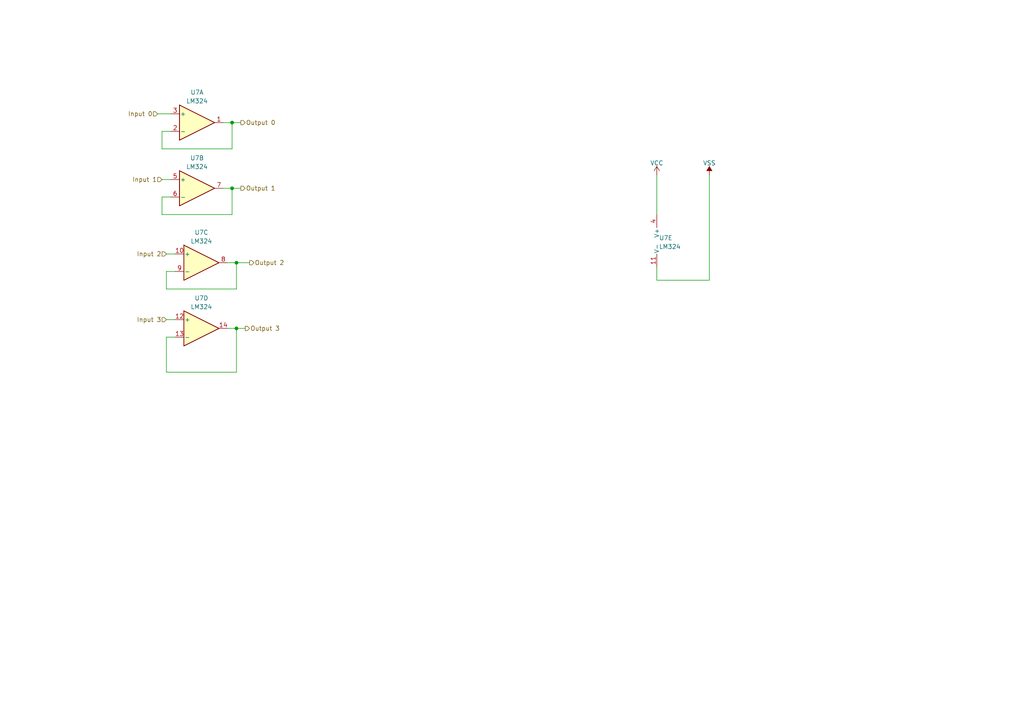
<source format=kicad_sch>
(kicad_sch (version 20230121) (generator eeschema)
  (paper "A4")
  (lib_symbols
    (symbol "Amplifier_Operational:LM324" (pin_names (offset 0.127))
      (property "Reference" "U" (at 0 5.08 0))
      (property "Value" "LM324" (at 0 -5.08 0))
      (symbol "LM324_1_1"
        (polyline (pts (xy -5.08 5.08) (xy 5.08 0) (xy -5.08 -5.08) (xy -5.08 5.08)) (stroke (width 0.254)) (fill (type background)))
        (pin output line (at 7.62 0 180) (length 2.54) (name "~") (number "1"))
        (pin input line (at -7.62 -2.54 0) (length 2.54) (name "-") (number "2"))
        (pin input line (at -7.62 2.54 0) (length 2.54) (name "+") (number "3"))
      )
      (symbol "LM324_2_1"
        (polyline (pts (xy -5.08 5.08) (xy 5.08 0) (xy -5.08 -5.08) (xy -5.08 5.08)) (stroke (width 0.254)) (fill (type background)))
        (pin input line (at -7.62 2.54 0) (length 2.54) (name "+") (number "5"))
        (pin input line (at -7.62 -2.54 0) (length 2.54) (name "-") (number "6"))
        (pin output line (at 7.62 0 180) (length 2.54) (name "~") (number "7"))
      )
      (symbol "LM324_3_1"
        (polyline (pts (xy -5.08 5.08) (xy 5.08 0) (xy -5.08 -5.08) (xy -5.08 5.08)) (stroke (width 0.254)) (fill (type background)))
        (pin input line (at -7.62 2.54 0) (length 2.54) (name "+") (number "10"))
        (pin output line (at 7.62 0 180) (length 2.54) (name "~") (number "8"))
        (pin input line (at -7.62 -2.54 0) (length 2.54) (name "-") (number "9"))
      )
      (symbol "LM324_4_1"
        (polyline (pts (xy -5.08 5.08) (xy 5.08 0) (xy -5.08 -5.08) (xy -5.08 5.08)) (stroke (width 0.254)) (fill (type background)))
        (pin input line (at -7.62 2.54 0) (length 2.54) (name "+") (number "12"))
        (pin input line (at -7.62 -2.54 0) (length 2.54) (name "-") (number "13"))
        (pin output line (at 7.62 0 180) (length 2.54) (name "~") (number "14"))
      )
      (symbol "LM324_5_1"
        (pin power_in line (at -2.54 -7.62 90) (length 3.81) (name "V-") (number "11"))
        (pin power_in line (at -2.54 7.62 270) (length 3.81) (name "V+") (number "4"))
      )
    )
    (symbol "power:VCC" (power) (pin_names (offset 0))
      (property "Value" "VCC" (at 0 3.81 0))
      (symbol "VCC_0_1"
        (polyline (pts (xy -0.762 1.27) (xy 0 2.54)))
        (polyline (pts (xy 0 0) (xy 0 2.54)))
        (polyline (pts (xy 0 2.54) (xy 0.762 1.27)))
      )
      (symbol "VCC_1_1"
        (pin power_in line (at 0 0 90) (length 0) hide (name "VCC") (number "1"))
      )
    )
    (symbol "power:VSS" (power) (pin_names (offset 0))
      (property "Value" "VSS" (at 0 3.81 0))
      (symbol "VSS_0_1"
        (polyline (pts (xy 0 0) (xy 0 2.54)))
        (polyline (pts (xy 0.762 1.27) (xy -0.762 1.27) (xy 0 2.54) (xy 0.762 1.27)) (fill (type outline)))
      )
      (symbol "VSS_1_1"
        (pin power_in line (at 0 0 90) (length 0) hide (name "VSS") (number "1"))
      )
    )
  )
  (junction (at 67.31 35.56))
  (junction (at 68.58 95.25))
  (junction (at 67.31 54.61))
  (junction (at 68.58 76.2))
  (wire (pts (xy 68.58 95.25) (xy 66.04 95.25)))
  (wire (pts (xy 67.31 35.56) (xy 67.31 43.18)))
  (wire (pts (xy 69.85 54.61) (xy 67.31 54.61)))
  (wire (pts (xy 46.99 38.1) (xy 49.53 38.1)))
  (wire (pts (xy 68.58 76.2) (xy 68.58 83.82)))
  (wire (pts (xy 66.04 76.2) (xy 68.58 76.2)))
  (wire (pts (xy 46.99 57.15) (xy 46.99 62.23)))
  (wire (pts (xy 68.58 76.2) (xy 72.39 76.2)))
  (wire (pts (xy 205.74 50.8) (xy 205.74 81.28)))
  (wire (pts (xy 46.99 62.23) (xy 67.31 62.23)))
  (wire (pts (xy 67.31 54.61) (xy 67.31 62.23)))
  (wire (pts (xy 190.5 77.47) (xy 190.5 81.28)))
  (wire (pts (xy 46.99 43.18) (xy 67.31 43.18)))
  (wire (pts (xy 68.58 95.25) (xy 68.58 107.95)))
  (wire (pts (xy 190.5 50.8) (xy 190.5 62.23)))
  (wire (pts (xy 64.77 35.56) (xy 67.31 35.56)))
  (wire (pts (xy 50.8 97.79) (xy 48.26 97.79)))
  (wire (pts (xy 49.53 57.15) (xy 46.99 57.15)))
  (wire (pts (xy 46.99 52.07) (xy 49.53 52.07)))
  (wire (pts (xy 69.85 35.56) (xy 67.31 35.56)))
  (wire (pts (xy 46.99 43.18) (xy 46.99 38.1)))
  (wire (pts (xy 48.26 83.82) (xy 68.58 83.82)))
  (wire (pts (xy 64.77 54.61) (xy 67.31 54.61)))
  (wire (pts (xy 190.5 81.28) (xy 205.74 81.28)))
  (wire (pts (xy 48.26 97.79) (xy 48.26 107.95)))
  (wire (pts (xy 48.26 78.74) (xy 48.26 83.82)))
  (wire (pts (xy 71.12 95.25) (xy 68.58 95.25)))
  (wire (pts (xy 50.8 78.74) (xy 48.26 78.74)))
  (wire (pts (xy 50.8 73.66) (xy 48.26 73.66)))
  (wire (pts (xy 48.26 92.71) (xy 50.8 92.71)))
  (wire (pts (xy 45.72 33.02) (xy 49.53 33.02)))
  (wire (pts (xy 48.26 107.95) (xy 68.58 107.95)))
  (hierarchical_label "Output 0" (shape output) (at 69.85 35.56 0))
  (hierarchical_label "Input 2" (shape input) (at 48.26 73.66 180))
  (hierarchical_label "Input 3" (shape input) (at 48.26 92.71 180))
  (hierarchical_label "Input 0" (shape input) (at 45.72 33.02 180))
  (hierarchical_label "Input 1" (shape input) (at 46.99 52.07 180))
  (hierarchical_label "Output 2" (shape output) (at 72.39 76.2 0))
  (hierarchical_label "Output 1" (shape output) (at 69.85 54.61 0))
  (hierarchical_label "Output 3" (shape output) (at 71.12 95.25 0))
  (symbol (lib_id "Amplifier_Operational:LM324") (at 57.15 35.56 0) (unit 1)
    (property "Reference" "U7" (at 57.15 26.7802 0))
    (property "Value" "LM324" (at 57.15 29.3171 0))
    (property "Footprint" "Package_DIP:DIP-14_W7.62mm_Socket" (effects hide))
    (property "Datasheet" "http://www.ti.com/lit/ds/symlink/lm2902-n.pdf" (effects hide))
    (instances (project "AnalogComputer" (path "" (reference "U7") (unit 1)) (path "" (reference "U8") (unit 1)) (path "" (reference "U9") (unit 1)) (path "" (reference "U12") (unit 1)) (path "" (reference "U13") (unit 1)) (path "" (reference "U14") (unit 1))))
  )
  (symbol (lib_id "power:VSS") (at 205.74 50.8 0) (unit 1)
    (property "Reference" "#PWR023" (effects hide))
    (property "Value" "VSS" (at 205.74 47.2981 0))
    (instances (project "AnalogComputer" (path "" (reference "#PWR023") (unit 1)) (path "" (reference "#PWR025") (unit 1)) (path "" (reference "#PWR026") (unit 1)) (path "" (reference "#PWR044") (unit 1)) (path "" (reference "#PWR046") (unit 1)) (path "" (reference "#PWR048") (unit 1))))
  )
  (symbol (lib_id "Amplifier_Operational:LM324") (at 193.04 69.85 0) (unit 5)
    (property "Reference" "U7" (at 191.135 69.0153 0) (effects (justify left)))
    (property "Value" "LM324" (at 191.135 71.5522 0) (effects (justify left)))
    (property "Footprint" "Package_DIP:DIP-14_W7.62mm_Socket" (effects hide))
    (property "Datasheet" "http://www.ti.com/lit/ds/symlink/lm2902-n.pdf" (effects hide))
    (instances (project "AnalogComputer" (path "" (reference "U7") (unit 5)) (path "" (reference "U8") (unit 5)) (path "" (reference "U9") (unit 5)) (path "" (reference "U12") (unit 5)) (path "" (reference "U13") (unit 5)) (path "" (reference "U14") (unit 5))))
  )
  (symbol (lib_id "power:VCC") (at 190.5 50.8 0) (unit 1)
    (property "Reference" "#PWR019" (effects hide))
    (property "Value" "VCC" (at 190.5 47.2981 0))
    (instances (project "AnalogComputer" (path "" (reference "#PWR019") (unit 1)) (path "" (reference "#PWR020") (unit 1)) (path "" (reference "#PWR022") (unit 1)) (path "" (reference "#PWR043") (unit 1)) (path "" (reference "#PWR045") (unit 1)) (path "" (reference "#PWR047") (unit 1))))
  )
  (symbol (lib_id "Amplifier_Operational:LM324") (at 58.42 76.2 0) (unit 3)
    (property "Reference" "U7" (at 58.42 67.4202 0))
    (property "Value" "LM324" (at 58.42 69.9571 0))
    (property "Footprint" "Package_DIP:DIP-14_W7.62mm_Socket" (effects hide))
    (property "Datasheet" "http://www.ti.com/lit/ds/symlink/lm2902-n.pdf" (effects hide))
    (instances (project "AnalogComputer" (path "" (reference "U7") (unit 3)) (path "" (reference "U8") (unit 3)) (path "" (reference "U9") (unit 3)) (path "" (reference "U12") (unit 3)) (path "" (reference "U13") (unit 3)) (path "" (reference "U14") (unit 3))))
  )
  (symbol (lib_id "Amplifier_Operational:LM324") (at 57.15 54.61 0) (unit 2)
    (property "Reference" "U7" (at 57.15 45.8302 0))
    (property "Value" "LM324" (at 57.15 48.3671 0))
    (property "Footprint" "Package_DIP:DIP-14_W7.62mm_Socket" (effects hide))
    (property "Datasheet" "http://www.ti.com/lit/ds/symlink/lm2902-n.pdf" (effects hide))
    (instances (project "AnalogComputer" (path "" (reference "U7") (unit 2)) (path "" (reference "U8") (unit 2)) (path "" (reference "U9") (unit 2)) (path "" (reference "U12") (unit 2)) (path "" (reference "U13") (unit 2)) (path "" (reference "U14") (unit 2))))
  )
  (symbol (lib_id "Amplifier_Operational:LM324") (at 58.42 95.25 0) (unit 4)
    (property "Reference" "U7" (at 58.42 86.4702 0))
    (property "Value" "LM324" (at 58.42 89.0071 0))
    (property "Footprint" "Package_DIP:DIP-14_W7.62mm_Socket" (effects hide))
    (property "Datasheet" "http://www.ti.com/lit/ds/symlink/lm2902-n.pdf" (effects hide))
    (instances (project "AnalogComputer" (path "" (reference "U7") (unit 4)) (path "" (reference "U8") (unit 4)) (path "" (reference "U9") (unit 4)) (path "" (reference "U12") (unit 4)) (path "" (reference "U13") (unit 4)) (path "" (reference "U14") (unit 4))))
  )
)
</source>
